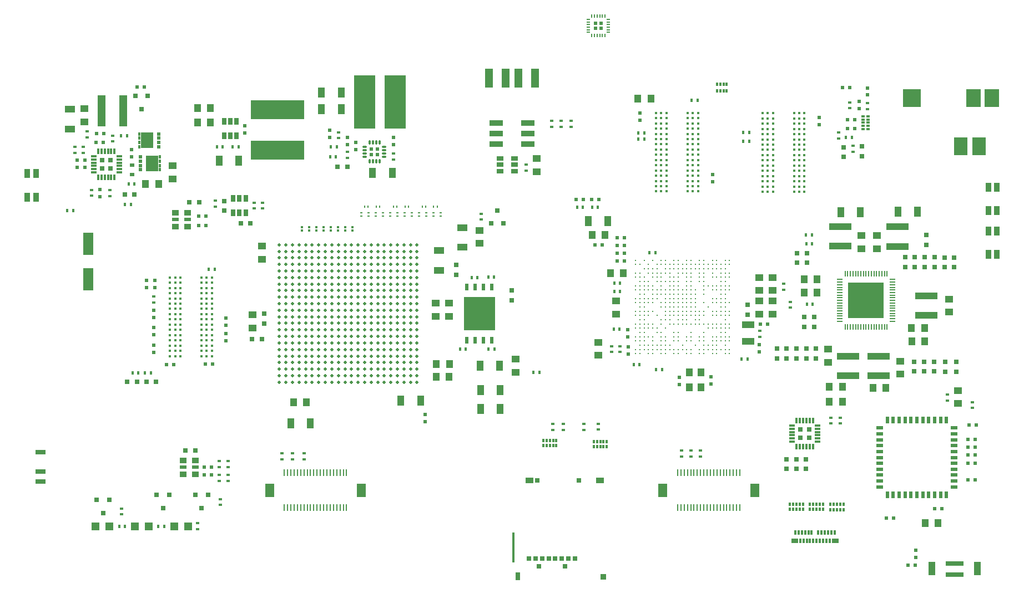
<source format=gtp>
G04 #@! TF.FileFunction,Paste,Top*
%FSLAX46Y46*%
G04 Gerber Fmt 4.6, Leading zero omitted, Abs format (unit mm)*
G04 Created by KiCad (PCBNEW 4.0.5) date Sun Feb 12 14:34:10 2017*
%MOMM*%
%LPD*%
G01*
G04 APERTURE LIST*
%ADD10C,0.020000*%
%ADD11R,2.000000X0.900000*%
%ADD12R,0.600000X0.400000*%
%ADD13R,3.300000X8.200000*%
%ADD14R,0.800000X0.750000*%
%ADD15O,0.750000X0.300000*%
%ADD16O,0.300000X0.750000*%
%ADD17R,0.540000X0.540000*%
%ADD18C,0.400000*%
%ADD19R,0.500000X0.600000*%
%ADD20R,1.000000X1.250000*%
%ADD21R,0.400000X0.600000*%
%ADD22C,0.300000*%
%ADD23C,0.500000*%
%ADD24R,1.000000X2.000000*%
%ADD25R,2.800000X0.800000*%
%ADD26R,0.750000X0.800000*%
%ADD27R,0.600000X0.500000*%
%ADD28R,1.250000X1.000000*%
%ADD29R,1.000000X1.600000*%
%ADD30R,1.600000X1.000000*%
%ADD31R,1.198880X1.198880*%
%ADD32R,0.700000X0.600000*%
%ADD33R,0.300000X0.550000*%
%ADD34R,0.400000X0.550000*%
%ADD35R,0.250000X1.000000*%
%ADD36R,1.400000X2.100000*%
%ADD37R,2.200000X2.800000*%
%ADD38R,2.800000X2.800000*%
%ADD39R,2.000000X2.800000*%
%ADD40R,0.700000X0.750000*%
%ADD41R,0.700000X0.650000*%
%ADD42R,0.745000X1.150000*%
%ADD43R,0.950000X0.900000*%
%ADD44R,0.420000X4.630000*%
%ADD45R,1.300000X0.850000*%
%ADD46R,0.650000X0.750000*%
%ADD47R,1.200000X0.850000*%
%ADD48R,3.400000X1.100000*%
%ADD49R,1.180000X4.700000*%
%ADD50R,8.200000X3.000000*%
%ADD51R,0.800100X0.800100*%
%ADD52R,0.630000X0.500000*%
%ADD53R,0.410000X0.500000*%
%ADD54R,1.900000X2.450000*%
%ADD55R,0.320000X0.500000*%
%ADD56R,1.500000X0.700000*%
%ADD57R,0.850000X0.300000*%
%ADD58R,0.300000X0.850000*%
%ADD59R,0.780000X0.780000*%
%ADD60O,0.200000X1.000000*%
%ADD61O,1.000000X0.200000*%
%ADD62R,5.490000X5.490000*%
%ADD63R,1.060000X0.650000*%
%ADD64R,0.500000X1.125000*%
%ADD65R,1.125000X0.500000*%
%ADD66R,0.500000X1.000000*%
%ADD67R,4.800000X5.160000*%
%ADD68R,0.650000X1.060000*%
%ADD69R,0.550000X0.200000*%
%ADD70R,0.200000X0.550000*%
%ADD71R,0.525000X0.480000*%
%ADD72R,1.050000X1.300000*%
%ADD73R,1.000000X0.500000*%
%ADD74R,1.000000X0.900000*%
%ADD75R,1.900000X1.100000*%
%ADD76R,1.250000X3.000000*%
%ADD77R,0.300000X0.700000*%
%ADD78R,1.000000X0.700000*%
%ADD79R,0.550000X0.300000*%
%ADD80R,0.550000X0.400000*%
%ADD81R,0.900000X1.400000*%
%ADD82R,0.430000X0.280000*%
%ADD83R,0.280000X0.430000*%
%ADD84R,1.600000X3.500000*%
%ADD85R,0.350000X0.300000*%
G04 APERTURE END LIST*
D10*
D11*
X97400000Y-51500000D03*
X97400000Y-53100000D03*
X97400000Y-49900000D03*
X92600000Y-49900000D03*
X92600000Y-51500000D03*
X92600000Y-53100000D03*
D12*
X29600000Y-54460000D03*
X29600000Y-53560000D03*
D13*
X77200000Y-46650000D03*
X72500000Y-46650000D03*
D14*
X55100000Y-65250000D03*
X53600000Y-65250000D03*
D15*
X75475000Y-55050000D03*
X75475000Y-54550000D03*
X75475000Y-54050000D03*
X75475000Y-53550000D03*
D16*
X74750000Y-52825000D03*
X74250000Y-52825000D03*
X73750000Y-52825000D03*
X73250000Y-52825000D03*
D15*
X72525000Y-53550000D03*
X72525000Y-54050000D03*
X72525000Y-54550000D03*
X72525000Y-55050000D03*
D16*
X73250000Y-55775000D03*
X73750000Y-55775000D03*
X74250000Y-55775000D03*
X74750000Y-55775000D03*
D17*
X73550000Y-53850000D03*
X73550000Y-54750000D03*
X74450000Y-53850000D03*
X74450000Y-54750000D03*
D18*
X49200000Y-85500000D03*
X49200000Y-84700000D03*
X49200000Y-83900000D03*
X49200000Y-83100000D03*
X49200000Y-82300000D03*
X49200000Y-81500000D03*
X49200000Y-80700000D03*
X49200000Y-79900000D03*
X49200000Y-79100000D03*
X49200000Y-78300000D03*
X49200000Y-77500000D03*
X49200000Y-76700000D03*
X49200000Y-75900000D03*
X49200000Y-75100000D03*
X49200000Y-74300000D03*
X49200000Y-73500000D03*
X48400000Y-85500000D03*
X48400000Y-84700000D03*
X48400000Y-83900000D03*
X48400000Y-83100000D03*
X48400000Y-82300000D03*
X48400000Y-81500000D03*
X48400000Y-80700000D03*
X48400000Y-79900000D03*
X48400000Y-79100000D03*
X48400000Y-78300000D03*
X48400000Y-77500000D03*
X48400000Y-76700000D03*
X48400000Y-75900000D03*
X48400000Y-75100000D03*
X48400000Y-74300000D03*
X48400000Y-73500000D03*
X47600000Y-85500000D03*
X47600000Y-84700000D03*
X47600000Y-83900000D03*
X47600000Y-83100000D03*
X47600000Y-82300000D03*
X47600000Y-81500000D03*
X47600000Y-80700000D03*
X47600000Y-79900000D03*
X47600000Y-79100000D03*
X47600000Y-78300000D03*
X47600000Y-77500000D03*
X47600000Y-76700000D03*
X47600000Y-75900000D03*
X47600000Y-75100000D03*
X47600000Y-74300000D03*
X47600000Y-73500000D03*
X44400000Y-85500000D03*
X44400000Y-84700000D03*
X44400000Y-83900000D03*
X44400000Y-83100000D03*
X44400000Y-82300000D03*
X44400000Y-81500000D03*
X44400000Y-80700000D03*
X44400000Y-79900000D03*
X44400000Y-79100000D03*
X44400000Y-78300000D03*
X44400000Y-77500000D03*
X44400000Y-76700000D03*
X44400000Y-75900000D03*
X44400000Y-75100000D03*
X44400000Y-74300000D03*
X44400000Y-73500000D03*
X43600000Y-85500000D03*
X43600000Y-84700000D03*
X43600000Y-83900000D03*
X43600000Y-83100000D03*
X43600000Y-82300000D03*
X43600000Y-81500000D03*
X43600000Y-80700000D03*
X43600000Y-79900000D03*
X43600000Y-79100000D03*
X43600000Y-78300000D03*
X43600000Y-77500000D03*
X43600000Y-76700000D03*
X43600000Y-75900000D03*
X43600000Y-75100000D03*
X43600000Y-74300000D03*
X43600000Y-73500000D03*
X42800000Y-85500000D03*
X42800000Y-84700000D03*
X42800000Y-83900000D03*
X42800000Y-83100000D03*
X42800000Y-82300000D03*
X42800000Y-81500000D03*
X42800000Y-80700000D03*
X42800000Y-79900000D03*
X42800000Y-79100000D03*
X42800000Y-78300000D03*
X42800000Y-77500000D03*
X42800000Y-76700000D03*
X42800000Y-75900000D03*
X42800000Y-75100000D03*
X42800000Y-74300000D03*
X42800000Y-73500000D03*
X123350000Y-60350000D03*
X123350000Y-59550000D03*
X123350000Y-58750000D03*
X123350000Y-57950000D03*
X123350000Y-57150000D03*
X123350000Y-56350000D03*
X123350000Y-55550000D03*
X123350000Y-54750000D03*
X123350000Y-53950000D03*
X123350000Y-53150000D03*
X123350000Y-52350000D03*
X123350000Y-51550000D03*
X123350000Y-50750000D03*
X123350000Y-49950000D03*
X123350000Y-49150000D03*
X123350000Y-48350000D03*
X122550000Y-60350000D03*
X122550000Y-59550000D03*
X122550000Y-58750000D03*
X122550000Y-57950000D03*
X122550000Y-57150000D03*
X122550000Y-56350000D03*
X122550000Y-55550000D03*
X122550000Y-54750000D03*
X122550000Y-53950000D03*
X122550000Y-53150000D03*
X122550000Y-52350000D03*
X122550000Y-51550000D03*
X122550000Y-50750000D03*
X122550000Y-49950000D03*
X122550000Y-49150000D03*
X122550000Y-48350000D03*
X121750000Y-60350000D03*
X121750000Y-59550000D03*
X121750000Y-58750000D03*
X121750000Y-57950000D03*
X121750000Y-57150000D03*
X121750000Y-56350000D03*
X121750000Y-55550000D03*
X121750000Y-54750000D03*
X121750000Y-53950000D03*
X121750000Y-53150000D03*
X121750000Y-52350000D03*
X121750000Y-51550000D03*
X121750000Y-50750000D03*
X121750000Y-49950000D03*
X121750000Y-49150000D03*
X121750000Y-48350000D03*
X118550000Y-60350000D03*
X118550000Y-59550000D03*
X118550000Y-58750000D03*
X118550000Y-57950000D03*
X118550000Y-57150000D03*
X118550000Y-56350000D03*
X118550000Y-55550000D03*
X118550000Y-54750000D03*
X118550000Y-53950000D03*
X118550000Y-53150000D03*
X118550000Y-52350000D03*
X118550000Y-51550000D03*
X118550000Y-50750000D03*
X118550000Y-49950000D03*
X118550000Y-49150000D03*
X118550000Y-48350000D03*
X117750000Y-60350000D03*
X117750000Y-59550000D03*
X117750000Y-58750000D03*
X117750000Y-57950000D03*
X117750000Y-57150000D03*
X117750000Y-56350000D03*
X117750000Y-55550000D03*
X117750000Y-54750000D03*
X117750000Y-53950000D03*
X117750000Y-53150000D03*
X117750000Y-52350000D03*
X117750000Y-51550000D03*
X117750000Y-50750000D03*
X117750000Y-49950000D03*
X117750000Y-49150000D03*
X117750000Y-48350000D03*
X116950000Y-60350000D03*
X116950000Y-59550000D03*
X116950000Y-58750000D03*
X116950000Y-57950000D03*
X116950000Y-57150000D03*
X116950000Y-56350000D03*
X116950000Y-55550000D03*
X116950000Y-54750000D03*
X116950000Y-53950000D03*
X116950000Y-53150000D03*
X116950000Y-52350000D03*
X116950000Y-51550000D03*
X116950000Y-50750000D03*
X116950000Y-49950000D03*
X116950000Y-49150000D03*
X116950000Y-48350000D03*
X139600000Y-60400000D03*
X139600000Y-59600000D03*
X139600000Y-58800000D03*
X139600000Y-58000000D03*
X139600000Y-57200000D03*
X139600000Y-56400000D03*
X139600000Y-55600000D03*
X139600000Y-54800000D03*
X139600000Y-54000000D03*
X139600000Y-53200000D03*
X139600000Y-52400000D03*
X139600000Y-51600000D03*
X139600000Y-50800000D03*
X139600000Y-50000000D03*
X139600000Y-49200000D03*
X139600000Y-48400000D03*
X138800000Y-60400000D03*
X138800000Y-59600000D03*
X138800000Y-58800000D03*
X138800000Y-58000000D03*
X138800000Y-57200000D03*
X138800000Y-56400000D03*
X138800000Y-55600000D03*
X138800000Y-54800000D03*
X138800000Y-54000000D03*
X138800000Y-53200000D03*
X138800000Y-52400000D03*
X138800000Y-51600000D03*
X138800000Y-50800000D03*
X138800000Y-50000000D03*
X138800000Y-49200000D03*
X138800000Y-48400000D03*
X138000000Y-60400000D03*
X138000000Y-59600000D03*
X138000000Y-58800000D03*
X138000000Y-58000000D03*
X138000000Y-57200000D03*
X138000000Y-56400000D03*
X138000000Y-55600000D03*
X138000000Y-54800000D03*
X138000000Y-54000000D03*
X138000000Y-53200000D03*
X138000000Y-52400000D03*
X138000000Y-51600000D03*
X138000000Y-50800000D03*
X138000000Y-50000000D03*
X138000000Y-49200000D03*
X138000000Y-48400000D03*
X134800000Y-60400000D03*
X134800000Y-59600000D03*
X134800000Y-58800000D03*
X134800000Y-58000000D03*
X134800000Y-57200000D03*
X134800000Y-56400000D03*
X134800000Y-55600000D03*
X134800000Y-54800000D03*
X134800000Y-54000000D03*
X134800000Y-53200000D03*
X134800000Y-52400000D03*
X134800000Y-51600000D03*
X134800000Y-50800000D03*
X134800000Y-50000000D03*
X134800000Y-49200000D03*
X134800000Y-48400000D03*
X134000000Y-60400000D03*
X134000000Y-59600000D03*
X134000000Y-58800000D03*
X134000000Y-58000000D03*
X134000000Y-57200000D03*
X134000000Y-56400000D03*
X134000000Y-55600000D03*
X134000000Y-54800000D03*
X134000000Y-54000000D03*
X134000000Y-53200000D03*
X134000000Y-52400000D03*
X134000000Y-51600000D03*
X134000000Y-50800000D03*
X134000000Y-50000000D03*
X134000000Y-49200000D03*
X134000000Y-48400000D03*
X133200000Y-60400000D03*
X133200000Y-59600000D03*
X133200000Y-58800000D03*
X133200000Y-58000000D03*
X133200000Y-57200000D03*
X133200000Y-56400000D03*
X133200000Y-55600000D03*
X133200000Y-54800000D03*
X133200000Y-54000000D03*
X133200000Y-53200000D03*
X133200000Y-52400000D03*
X133200000Y-51600000D03*
X133200000Y-50800000D03*
X133200000Y-50000000D03*
X133200000Y-49200000D03*
X133200000Y-48400000D03*
D19*
X114500000Y-49500000D03*
X114500000Y-48400000D03*
D20*
X109180000Y-67030000D03*
X107180000Y-67030000D03*
D21*
X115970000Y-69730000D03*
X116870000Y-69730000D03*
D22*
X128150000Y-70850000D03*
X127500000Y-70850000D03*
X126200000Y-70850000D03*
X125550000Y-70850000D03*
X124250000Y-70850000D03*
X123600000Y-70850000D03*
X122300000Y-70850000D03*
X121650000Y-70850000D03*
X120350000Y-70850000D03*
X119700000Y-70850000D03*
X118400000Y-70850000D03*
X117750000Y-70850000D03*
X116450000Y-70850000D03*
X115150000Y-70850000D03*
X113850000Y-70850000D03*
X128150000Y-71500000D03*
X127500000Y-71500000D03*
X126850000Y-71500000D03*
X126200000Y-71500000D03*
X125550000Y-71500000D03*
X124900000Y-71500000D03*
X124250000Y-71500000D03*
X123600000Y-71500000D03*
X122950000Y-71500000D03*
X122300000Y-71500000D03*
X121650000Y-71500000D03*
X121000000Y-71500000D03*
X120350000Y-71500000D03*
X119700000Y-71500000D03*
X119050000Y-71500000D03*
X118400000Y-71500000D03*
X117750000Y-71500000D03*
X117100000Y-71500000D03*
X115800000Y-71500000D03*
X114500000Y-71500000D03*
X113850000Y-71500000D03*
X127500000Y-72150000D03*
X126850000Y-72150000D03*
X126200000Y-72150000D03*
X125550000Y-72150000D03*
X124900000Y-72150000D03*
X124250000Y-72150000D03*
X123600000Y-72150000D03*
X122950000Y-72150000D03*
X122300000Y-72150000D03*
X121650000Y-72150000D03*
X121000000Y-72150000D03*
X120350000Y-72150000D03*
X119700000Y-72150000D03*
X119050000Y-72150000D03*
X118400000Y-72150000D03*
X117100000Y-72150000D03*
X116450000Y-72150000D03*
X115800000Y-72150000D03*
X115150000Y-72150000D03*
X128150000Y-72800000D03*
X127500000Y-72800000D03*
X126850000Y-72800000D03*
X125550000Y-72800000D03*
X124250000Y-72800000D03*
X123600000Y-72800000D03*
X122300000Y-72800000D03*
X121650000Y-72800000D03*
X121000000Y-72800000D03*
X120350000Y-72800000D03*
X119050000Y-72800000D03*
X118400000Y-72800000D03*
X117750000Y-72800000D03*
X117100000Y-72800000D03*
X116450000Y-72800000D03*
X115800000Y-72800000D03*
X114500000Y-72800000D03*
X113850000Y-72800000D03*
X128150000Y-73450000D03*
X127500000Y-73450000D03*
X126850000Y-73450000D03*
X126200000Y-73450000D03*
X125550000Y-73450000D03*
X124250000Y-73450000D03*
X123600000Y-73450000D03*
X122300000Y-73450000D03*
X121650000Y-73450000D03*
X120350000Y-73450000D03*
X119700000Y-73450000D03*
X119050000Y-73450000D03*
X117750000Y-73450000D03*
X117100000Y-73450000D03*
X116450000Y-73450000D03*
X115150000Y-73450000D03*
X114500000Y-73450000D03*
X113850000Y-73450000D03*
X127500000Y-74100000D03*
X126850000Y-74100000D03*
X124250000Y-74100000D03*
X123600000Y-74100000D03*
X122300000Y-74100000D03*
X121650000Y-74100000D03*
X120350000Y-74100000D03*
X119700000Y-74100000D03*
X119050000Y-74100000D03*
X118400000Y-74100000D03*
X117750000Y-74100000D03*
X117100000Y-74100000D03*
X115800000Y-74100000D03*
X115150000Y-74100000D03*
X114500000Y-74100000D03*
X128150000Y-74750000D03*
X127500000Y-74750000D03*
X126850000Y-74750000D03*
X126200000Y-74750000D03*
X125550000Y-74750000D03*
X124900000Y-74750000D03*
X124250000Y-74750000D03*
X122300000Y-74750000D03*
X121650000Y-74750000D03*
X120350000Y-74750000D03*
X119700000Y-74750000D03*
X119050000Y-74750000D03*
X117750000Y-74750000D03*
X116450000Y-74750000D03*
X115800000Y-74750000D03*
X115150000Y-74750000D03*
X114500000Y-74750000D03*
X113850000Y-74750000D03*
X128150000Y-75400000D03*
X127500000Y-75400000D03*
X126850000Y-75400000D03*
X126200000Y-75400000D03*
X125550000Y-75400000D03*
X124250000Y-75400000D03*
X122950000Y-75400000D03*
X122300000Y-75400000D03*
X121650000Y-75400000D03*
X121000000Y-75400000D03*
X120350000Y-75400000D03*
X119700000Y-75400000D03*
X119050000Y-75400000D03*
X118400000Y-75400000D03*
X117750000Y-75400000D03*
X117100000Y-75400000D03*
X116450000Y-75400000D03*
X115800000Y-75400000D03*
X115150000Y-75400000D03*
X114500000Y-75400000D03*
X113850000Y-75400000D03*
X127500000Y-76050000D03*
X126850000Y-76050000D03*
X124250000Y-76050000D03*
X122950000Y-76050000D03*
X122300000Y-76050000D03*
X121650000Y-76050000D03*
X121000000Y-76050000D03*
X120350000Y-76050000D03*
X119700000Y-76050000D03*
X119050000Y-76050000D03*
X118400000Y-76050000D03*
X117750000Y-76050000D03*
X117100000Y-76050000D03*
X116450000Y-76050000D03*
X115150000Y-76050000D03*
X114500000Y-76050000D03*
X127500000Y-76700000D03*
X126850000Y-76700000D03*
X126200000Y-76700000D03*
X125550000Y-76700000D03*
X122950000Y-76700000D03*
X122300000Y-76700000D03*
X121650000Y-76700000D03*
X121000000Y-76700000D03*
X120350000Y-76700000D03*
X119700000Y-76700000D03*
X119050000Y-76700000D03*
X118400000Y-76700000D03*
X117100000Y-76700000D03*
X116450000Y-76700000D03*
X115800000Y-76700000D03*
X115150000Y-76700000D03*
X114500000Y-76700000D03*
X113850000Y-76700000D03*
X128150000Y-77350000D03*
X127500000Y-77350000D03*
X126850000Y-77350000D03*
X126200000Y-77350000D03*
X125550000Y-77350000D03*
X124250000Y-77350000D03*
X122950000Y-77350000D03*
X122300000Y-77350000D03*
X121650000Y-77350000D03*
X121000000Y-77350000D03*
X120350000Y-77350000D03*
X119700000Y-77350000D03*
X119050000Y-77350000D03*
X118400000Y-77350000D03*
X117750000Y-77350000D03*
X116450000Y-77350000D03*
X115800000Y-77350000D03*
X115150000Y-77350000D03*
X114500000Y-77350000D03*
X113850000Y-77350000D03*
X127500000Y-78000000D03*
X126850000Y-78000000D03*
X124900000Y-78000000D03*
X122950000Y-78000000D03*
X122300000Y-78000000D03*
X121650000Y-78000000D03*
X121000000Y-78000000D03*
X120350000Y-78000000D03*
X119700000Y-78000000D03*
X119050000Y-78000000D03*
X118400000Y-78000000D03*
X117750000Y-78000000D03*
X115150000Y-78000000D03*
X114500000Y-78000000D03*
X128150000Y-78650000D03*
X127500000Y-78650000D03*
X126850000Y-78650000D03*
X126200000Y-78650000D03*
X125550000Y-78650000D03*
X124250000Y-78650000D03*
X123600000Y-78650000D03*
X122950000Y-78650000D03*
X122300000Y-78650000D03*
X121650000Y-78650000D03*
X121000000Y-78650000D03*
X120350000Y-78650000D03*
X119700000Y-78650000D03*
X119050000Y-78650000D03*
X118400000Y-78650000D03*
X116450000Y-78650000D03*
X115800000Y-78650000D03*
X115150000Y-78650000D03*
X114500000Y-78650000D03*
X113850000Y-78650000D03*
X128150000Y-79300000D03*
X127500000Y-79300000D03*
X126850000Y-79300000D03*
X126200000Y-79300000D03*
X125550000Y-79300000D03*
X124250000Y-79300000D03*
X123600000Y-79300000D03*
X122950000Y-79300000D03*
X122300000Y-79300000D03*
X121650000Y-79300000D03*
X121000000Y-79300000D03*
X120350000Y-79300000D03*
X119700000Y-79300000D03*
X119050000Y-79300000D03*
X118400000Y-79300000D03*
X117100000Y-79300000D03*
X115800000Y-79300000D03*
X115150000Y-79300000D03*
X114500000Y-79300000D03*
X113850000Y-79300000D03*
X127500000Y-79950000D03*
X123600000Y-79950000D03*
X122950000Y-79950000D03*
X121650000Y-79950000D03*
X121000000Y-79950000D03*
X120350000Y-79950000D03*
X119050000Y-79950000D03*
X118400000Y-79950000D03*
X117750000Y-79950000D03*
X115150000Y-79950000D03*
X114500000Y-79950000D03*
X128150000Y-80600000D03*
X127500000Y-80600000D03*
X126850000Y-80600000D03*
X126200000Y-80600000D03*
X125550000Y-80600000D03*
X124900000Y-80600000D03*
X124250000Y-80600000D03*
X123600000Y-80600000D03*
X122950000Y-80600000D03*
X122300000Y-80600000D03*
X121650000Y-80600000D03*
X121000000Y-80600000D03*
X120350000Y-80600000D03*
X119700000Y-80600000D03*
X119050000Y-80600000D03*
X117750000Y-80600000D03*
X116450000Y-80600000D03*
X115800000Y-80600000D03*
X115150000Y-80600000D03*
X114500000Y-80600000D03*
X113850000Y-80600000D03*
X128150000Y-81250000D03*
X127500000Y-81250000D03*
X126850000Y-81250000D03*
X126200000Y-81250000D03*
X125550000Y-81250000D03*
X124900000Y-81250000D03*
X118400000Y-81250000D03*
X117100000Y-81250000D03*
X116450000Y-81250000D03*
X115800000Y-81250000D03*
X115150000Y-81250000D03*
X114500000Y-81250000D03*
X113850000Y-81250000D03*
X127500000Y-81900000D03*
X126850000Y-81900000D03*
X124250000Y-81900000D03*
X122300000Y-81900000D03*
X120350000Y-81900000D03*
X119700000Y-81900000D03*
X117750000Y-81900000D03*
X117100000Y-81900000D03*
X115150000Y-81900000D03*
X114500000Y-81900000D03*
X128150000Y-82550000D03*
X127500000Y-82550000D03*
X126850000Y-82550000D03*
X126200000Y-82550000D03*
X125550000Y-82550000D03*
X124250000Y-82550000D03*
X123600000Y-82550000D03*
X122300000Y-82550000D03*
X121650000Y-82550000D03*
X120350000Y-82550000D03*
X119700000Y-82550000D03*
X118400000Y-82550000D03*
X117750000Y-82550000D03*
X116450000Y-82550000D03*
X115800000Y-82550000D03*
X115150000Y-82550000D03*
X114500000Y-82550000D03*
X113850000Y-82550000D03*
X128150000Y-83200000D03*
X127500000Y-83200000D03*
X126850000Y-83200000D03*
X126200000Y-83200000D03*
X125550000Y-83200000D03*
X124250000Y-83200000D03*
X123600000Y-83200000D03*
X122300000Y-83200000D03*
X121650000Y-83200000D03*
X120350000Y-83200000D03*
X119700000Y-83200000D03*
X118400000Y-83200000D03*
X117750000Y-83200000D03*
X116450000Y-83200000D03*
X115150000Y-83200000D03*
X114500000Y-83200000D03*
X113850000Y-83200000D03*
X127500000Y-83850000D03*
X126200000Y-83850000D03*
X125550000Y-83850000D03*
X124900000Y-83850000D03*
X124250000Y-83850000D03*
X122950000Y-83850000D03*
X121000000Y-83850000D03*
X119050000Y-83850000D03*
X118400000Y-83850000D03*
X117750000Y-83850000D03*
X117100000Y-83850000D03*
X116450000Y-83850000D03*
X115800000Y-83850000D03*
X115150000Y-83850000D03*
X114500000Y-83850000D03*
X128150000Y-84500000D03*
X127500000Y-84500000D03*
X126850000Y-84500000D03*
X126200000Y-84500000D03*
X125550000Y-84500000D03*
X124900000Y-84500000D03*
X124250000Y-84500000D03*
X123600000Y-84500000D03*
X122300000Y-84500000D03*
X121650000Y-84500000D03*
X121000000Y-84500000D03*
X120350000Y-84500000D03*
X119700000Y-84500000D03*
X119050000Y-84500000D03*
X118400000Y-84500000D03*
X117750000Y-84500000D03*
X117100000Y-84500000D03*
X116450000Y-84500000D03*
X115800000Y-84500000D03*
X115150000Y-84500000D03*
X114500000Y-84500000D03*
X113850000Y-84500000D03*
X128150000Y-85150000D03*
X127500000Y-85150000D03*
X126200000Y-85150000D03*
X125550000Y-85150000D03*
X124250000Y-85150000D03*
X123600000Y-85150000D03*
X122300000Y-85150000D03*
X121650000Y-85150000D03*
X120350000Y-85150000D03*
X119700000Y-85150000D03*
X118400000Y-85150000D03*
X117750000Y-85150000D03*
X116450000Y-85150000D03*
X115800000Y-85150000D03*
X114500000Y-85150000D03*
X113850000Y-85150000D03*
D23*
X59500000Y-68500000D03*
X59500000Y-69500000D03*
X59500000Y-70500000D03*
X59500000Y-71500000D03*
X59500000Y-72500000D03*
X59500000Y-73500000D03*
X59500000Y-74500000D03*
X59500000Y-75500000D03*
X59500000Y-76500000D03*
X59500000Y-77500000D03*
X59500000Y-78500000D03*
X59500000Y-79500000D03*
X59500000Y-80500000D03*
X59500000Y-81500000D03*
X59500000Y-82500000D03*
X59500000Y-83500000D03*
X59500000Y-84500000D03*
X59500000Y-85500000D03*
X59500000Y-86500000D03*
X59500000Y-87500000D03*
X59500000Y-88500000D03*
X59500000Y-89500000D03*
X60500000Y-68500000D03*
X60500000Y-69500000D03*
X60500000Y-70500000D03*
X60500000Y-71500000D03*
X60500000Y-72500000D03*
X60500000Y-73500000D03*
X60500000Y-74500000D03*
X60500000Y-75500000D03*
X60500000Y-76500000D03*
X60500000Y-77500000D03*
X60500000Y-78500000D03*
X60500000Y-79500000D03*
X60500000Y-80500000D03*
X60500000Y-81500000D03*
X60500000Y-82500000D03*
X60500000Y-83500000D03*
X60500000Y-84500000D03*
X60500000Y-85500000D03*
X60500000Y-86500000D03*
X60500000Y-87500000D03*
X60500000Y-88500000D03*
X60500000Y-89500000D03*
X61500000Y-68500000D03*
X61500000Y-69500000D03*
X61500000Y-70500000D03*
X61500000Y-71500000D03*
X61500000Y-72500000D03*
X61500000Y-73500000D03*
X61500000Y-74500000D03*
X61500000Y-75500000D03*
X61500000Y-76500000D03*
X61500000Y-77500000D03*
X61500000Y-78500000D03*
X61500000Y-79500000D03*
X61500000Y-80500000D03*
X61500000Y-81500000D03*
X61500000Y-82500000D03*
X61500000Y-83500000D03*
X61500000Y-84500000D03*
X61500000Y-85500000D03*
X61500000Y-86500000D03*
X61500000Y-87500000D03*
X61500000Y-88500000D03*
X61500000Y-89500000D03*
X62500000Y-68500000D03*
X62500000Y-69500000D03*
X62500000Y-70500000D03*
X62500000Y-71500000D03*
X62500000Y-72500000D03*
X62500000Y-73500000D03*
X62500000Y-74500000D03*
X62500000Y-75500000D03*
X62500000Y-76500000D03*
X62500000Y-77500000D03*
X62500000Y-78500000D03*
X62500000Y-79500000D03*
X62500000Y-80500000D03*
X62500000Y-81500000D03*
X62500000Y-82500000D03*
X62500000Y-83500000D03*
X62500000Y-84500000D03*
X62500000Y-85500000D03*
X62500000Y-86500000D03*
X62500000Y-87500000D03*
X62500000Y-88500000D03*
X62500000Y-89500000D03*
X63500000Y-68500000D03*
X63500000Y-69500000D03*
X63500000Y-70500000D03*
X63500000Y-71500000D03*
X63500000Y-72500000D03*
X63500000Y-73500000D03*
X63500000Y-74500000D03*
X63500000Y-75500000D03*
X63500000Y-76500000D03*
X63500000Y-77500000D03*
X63500000Y-78500000D03*
X63500000Y-79500000D03*
X63500000Y-80500000D03*
X63500000Y-81500000D03*
X63500000Y-82500000D03*
X63500000Y-83500000D03*
X63500000Y-84500000D03*
X63500000Y-85500000D03*
X63500000Y-86500000D03*
X63500000Y-87500000D03*
X63500000Y-88500000D03*
X63500000Y-89500000D03*
X64500000Y-68500000D03*
X64500000Y-69500000D03*
X64500000Y-70500000D03*
X64500000Y-71500000D03*
X64500000Y-72500000D03*
X64500000Y-73500000D03*
X64500000Y-74500000D03*
X64500000Y-75500000D03*
X64500000Y-76500000D03*
X64500000Y-77500000D03*
X64500000Y-78500000D03*
X64500000Y-79500000D03*
X64500000Y-80500000D03*
X64500000Y-81500000D03*
X64500000Y-82500000D03*
X64500000Y-83500000D03*
X64500000Y-84500000D03*
X64500000Y-85500000D03*
X64500000Y-86500000D03*
X64500000Y-87500000D03*
X64500000Y-88500000D03*
X64500000Y-89500000D03*
X65500000Y-68500000D03*
X65500000Y-69500000D03*
X65500000Y-70500000D03*
X65500000Y-71500000D03*
X65500000Y-72500000D03*
X65500000Y-73500000D03*
X65500000Y-74500000D03*
X65500000Y-75500000D03*
X65500000Y-76500000D03*
X65500000Y-77500000D03*
X65500000Y-78500000D03*
X65500000Y-79500000D03*
X65500000Y-80500000D03*
X65500000Y-81500000D03*
X65500000Y-82500000D03*
X65500000Y-83500000D03*
X65500000Y-84500000D03*
X65500000Y-85500000D03*
X65500000Y-86500000D03*
X65500000Y-87500000D03*
X65500000Y-88500000D03*
X65500000Y-89500000D03*
X66500000Y-68500000D03*
X66500000Y-69500000D03*
X66500000Y-70500000D03*
X66500000Y-71500000D03*
X66500000Y-72500000D03*
X66500000Y-73500000D03*
X66500000Y-74500000D03*
X66500000Y-75500000D03*
X66500000Y-76500000D03*
X66500000Y-77500000D03*
X66500000Y-78500000D03*
X66500000Y-79500000D03*
X66500000Y-80500000D03*
X66500000Y-81500000D03*
X66500000Y-82500000D03*
X66500000Y-83500000D03*
X66500000Y-84500000D03*
X66500000Y-85500000D03*
X66500000Y-86500000D03*
X66500000Y-87500000D03*
X66500000Y-88500000D03*
X66500000Y-89500000D03*
X67500000Y-68500000D03*
X67500000Y-69500000D03*
X67500000Y-70500000D03*
X67500000Y-71500000D03*
X67500000Y-72500000D03*
X67500000Y-73500000D03*
X67500000Y-74500000D03*
X67500000Y-75500000D03*
X67500000Y-76500000D03*
X67500000Y-77500000D03*
X67500000Y-78500000D03*
X67500000Y-79500000D03*
X67500000Y-80500000D03*
X67500000Y-81500000D03*
X67500000Y-82500000D03*
X67500000Y-83500000D03*
X67500000Y-84500000D03*
X67500000Y-85500000D03*
X67500000Y-86500000D03*
X67500000Y-87500000D03*
X67500000Y-88500000D03*
X67500000Y-89500000D03*
X68500000Y-68500000D03*
X68500000Y-69500000D03*
X68500000Y-70500000D03*
X68500000Y-71500000D03*
X68500000Y-72500000D03*
X68500000Y-73500000D03*
X68500000Y-74500000D03*
X68500000Y-75500000D03*
X68500000Y-76500000D03*
X68500000Y-77500000D03*
X68500000Y-78500000D03*
X68500000Y-79500000D03*
X68500000Y-80500000D03*
X68500000Y-81500000D03*
X68500000Y-82500000D03*
X68500000Y-83500000D03*
X68500000Y-84500000D03*
X68500000Y-85500000D03*
X68500000Y-86500000D03*
X68500000Y-87500000D03*
X68500000Y-88500000D03*
X68500000Y-89500000D03*
X69500000Y-68500000D03*
X69500000Y-69500000D03*
X69500000Y-70500000D03*
X69500000Y-71500000D03*
X69500000Y-72500000D03*
X69500000Y-73500000D03*
X69500000Y-74500000D03*
X69500000Y-75500000D03*
X69500000Y-76500000D03*
X69500000Y-77500000D03*
X69500000Y-78500000D03*
X69500000Y-79500000D03*
X69500000Y-80500000D03*
X69500000Y-81500000D03*
X69500000Y-82500000D03*
X69500000Y-83500000D03*
X69500000Y-84500000D03*
X69500000Y-85500000D03*
X69500000Y-86500000D03*
X69500000Y-87500000D03*
X69500000Y-88500000D03*
X69500000Y-89500000D03*
X70500000Y-68500000D03*
X70500000Y-69500000D03*
X70500000Y-70500000D03*
X70500000Y-71500000D03*
X70500000Y-72500000D03*
X70500000Y-73500000D03*
X70500000Y-74500000D03*
X70500000Y-75500000D03*
X70500000Y-76500000D03*
X70500000Y-77500000D03*
X70500000Y-78500000D03*
X70500000Y-79500000D03*
X70500000Y-80500000D03*
X70500000Y-81500000D03*
X70500000Y-82500000D03*
X70500000Y-83500000D03*
X70500000Y-84500000D03*
X70500000Y-85500000D03*
X70500000Y-86500000D03*
X70500000Y-87500000D03*
X70500000Y-88500000D03*
X70500000Y-89500000D03*
X71500000Y-68500000D03*
X71500000Y-69500000D03*
X71500000Y-70500000D03*
X71500000Y-71500000D03*
X71500000Y-72500000D03*
X71500000Y-73500000D03*
X71500000Y-74500000D03*
X71500000Y-75500000D03*
X71500000Y-76500000D03*
X71500000Y-77500000D03*
X71500000Y-78500000D03*
X71500000Y-79500000D03*
X71500000Y-80500000D03*
X71500000Y-81500000D03*
X71500000Y-82500000D03*
X71500000Y-83500000D03*
X71500000Y-84500000D03*
X71500000Y-85500000D03*
X71500000Y-86500000D03*
X71500000Y-87500000D03*
X71500000Y-88500000D03*
X71500000Y-89500000D03*
X72500000Y-68500000D03*
X72500000Y-69500000D03*
X72500000Y-70500000D03*
X72500000Y-71500000D03*
X72500000Y-72500000D03*
X72500000Y-73500000D03*
X72500000Y-74500000D03*
X72500000Y-75500000D03*
X72500000Y-76500000D03*
X72500000Y-77500000D03*
X72500000Y-78500000D03*
X72500000Y-79500000D03*
X72500000Y-80500000D03*
X72500000Y-81500000D03*
X72500000Y-82500000D03*
X72500000Y-83500000D03*
X72500000Y-84500000D03*
X72500000Y-85500000D03*
X72500000Y-86500000D03*
X72500000Y-87500000D03*
X72500000Y-88500000D03*
X72500000Y-89500000D03*
X73500000Y-68500000D03*
X73500000Y-69500000D03*
X73500000Y-70500000D03*
X73500000Y-71500000D03*
X73500000Y-72500000D03*
X73500000Y-73500000D03*
X73500000Y-74500000D03*
X73500000Y-75500000D03*
X73500000Y-76500000D03*
X73500000Y-77500000D03*
X73500000Y-78500000D03*
X73500000Y-79500000D03*
X73500000Y-80500000D03*
X73500000Y-81500000D03*
X73500000Y-82500000D03*
X73500000Y-83500000D03*
X73500000Y-84500000D03*
X73500000Y-85500000D03*
X73500000Y-86500000D03*
X73500000Y-87500000D03*
X73500000Y-88500000D03*
X73500000Y-89500000D03*
X74500000Y-68500000D03*
X74500000Y-69500000D03*
X74500000Y-70500000D03*
X74500000Y-71500000D03*
X74500000Y-72500000D03*
X74500000Y-73500000D03*
X74500000Y-74500000D03*
X74500000Y-75500000D03*
X74500000Y-76500000D03*
X74500000Y-77500000D03*
X74500000Y-78500000D03*
X74500000Y-79500000D03*
X74500000Y-80500000D03*
X74500000Y-81500000D03*
X74500000Y-82500000D03*
X74500000Y-83500000D03*
X74500000Y-84500000D03*
X74500000Y-85500000D03*
X74500000Y-86500000D03*
X74500000Y-87500000D03*
X74500000Y-88500000D03*
X74500000Y-89500000D03*
X75500000Y-68500000D03*
X75500000Y-69500000D03*
X75500000Y-70500000D03*
X75500000Y-71500000D03*
X75500000Y-72500000D03*
X75500000Y-73500000D03*
X75500000Y-74500000D03*
X75500000Y-75500000D03*
X75500000Y-76500000D03*
X75500000Y-77500000D03*
X75500000Y-78500000D03*
X75500000Y-79500000D03*
X75500000Y-80500000D03*
X75500000Y-81500000D03*
X75500000Y-82500000D03*
X75500000Y-83500000D03*
X75500000Y-84500000D03*
X75500000Y-85500000D03*
X75500000Y-86500000D03*
X75500000Y-87500000D03*
X75500000Y-88500000D03*
X75500000Y-89500000D03*
X76500000Y-68500000D03*
X76500000Y-69500000D03*
X76500000Y-70500000D03*
X76500000Y-71500000D03*
X76500000Y-72500000D03*
X76500000Y-73500000D03*
X76500000Y-74500000D03*
X76500000Y-75500000D03*
X76500000Y-76500000D03*
X76500000Y-77500000D03*
X76500000Y-78500000D03*
X76500000Y-79500000D03*
X76500000Y-80500000D03*
X76500000Y-81500000D03*
X76500000Y-82500000D03*
X76500000Y-83500000D03*
X76500000Y-84500000D03*
X76500000Y-85500000D03*
X76500000Y-86500000D03*
X76500000Y-87500000D03*
X76500000Y-88500000D03*
X76500000Y-89500000D03*
X77500000Y-68500000D03*
X77500000Y-69500000D03*
X77500000Y-70500000D03*
X77500000Y-71500000D03*
X77500000Y-72500000D03*
X77500000Y-73500000D03*
X77500000Y-74500000D03*
X77500000Y-75500000D03*
X77500000Y-76500000D03*
X77500000Y-77500000D03*
X77500000Y-78500000D03*
X77500000Y-79500000D03*
X77500000Y-80500000D03*
X77500000Y-81500000D03*
X77500000Y-82500000D03*
X77500000Y-83500000D03*
X77500000Y-84500000D03*
X77500000Y-85500000D03*
X77500000Y-86500000D03*
X77500000Y-87500000D03*
X77500000Y-88500000D03*
X77500000Y-89500000D03*
X78500000Y-68500000D03*
X78500000Y-69500000D03*
X78500000Y-70500000D03*
X78500000Y-71500000D03*
X78500000Y-72500000D03*
X78500000Y-73500000D03*
X78500000Y-74500000D03*
X78500000Y-75500000D03*
X78500000Y-76500000D03*
X78500000Y-77500000D03*
X78500000Y-78500000D03*
X78500000Y-79500000D03*
X78500000Y-80500000D03*
X78500000Y-81500000D03*
X78500000Y-82500000D03*
X78500000Y-83500000D03*
X78500000Y-84500000D03*
X78500000Y-85500000D03*
X78500000Y-86500000D03*
X78500000Y-87500000D03*
X78500000Y-88500000D03*
X78500000Y-89500000D03*
X79500000Y-68500000D03*
X79500000Y-69500000D03*
X79500000Y-70500000D03*
X79500000Y-71500000D03*
X79500000Y-72500000D03*
X79500000Y-73500000D03*
X79500000Y-74500000D03*
X79500000Y-75500000D03*
X79500000Y-76500000D03*
X79500000Y-77500000D03*
X79500000Y-78500000D03*
X79500000Y-79500000D03*
X79500000Y-80500000D03*
X79500000Y-81500000D03*
X79500000Y-82500000D03*
X79500000Y-83500000D03*
X79500000Y-84500000D03*
X79500000Y-85500000D03*
X79500000Y-86500000D03*
X79500000Y-87500000D03*
X79500000Y-88500000D03*
X79500000Y-89500000D03*
X80500000Y-68500000D03*
X80500000Y-69500000D03*
X80500000Y-70500000D03*
X80500000Y-71500000D03*
X80500000Y-72500000D03*
X80500000Y-73500000D03*
X80500000Y-74500000D03*
X80500000Y-75500000D03*
X80500000Y-76500000D03*
X80500000Y-77500000D03*
X80500000Y-78500000D03*
X80500000Y-79500000D03*
X80500000Y-80500000D03*
X80500000Y-81500000D03*
X80500000Y-82500000D03*
X80500000Y-83500000D03*
X80500000Y-84500000D03*
X80500000Y-85500000D03*
X80500000Y-86500000D03*
X80500000Y-87500000D03*
X80500000Y-88500000D03*
X80500000Y-89500000D03*
D24*
X159000000Y-118000000D03*
D25*
X162500000Y-117230000D03*
X162500000Y-118860000D03*
D24*
X166000000Y-118000000D03*
D26*
X139850000Y-101250000D03*
X139850000Y-102750000D03*
X138350000Y-101250000D03*
X138350000Y-102750000D03*
X136850000Y-101250000D03*
X136850000Y-102750000D03*
D20*
X114200000Y-46150000D03*
X116200000Y-46150000D03*
D27*
X104800000Y-61550000D03*
X105900000Y-61550000D03*
X107100000Y-61550000D03*
X108200000Y-61550000D03*
D19*
X125610000Y-58860000D03*
X125610000Y-57760000D03*
X141850000Y-49050000D03*
X141850000Y-50150000D03*
D26*
X162450000Y-71950000D03*
X162450000Y-70450000D03*
X160950000Y-71950000D03*
X160950000Y-70450000D03*
X159450000Y-71900000D03*
X159450000Y-70400000D03*
X158200000Y-68500000D03*
X158200000Y-67000000D03*
X154950000Y-71900000D03*
X154950000Y-70400000D03*
D14*
X139950000Y-71260000D03*
X138450000Y-71260000D03*
D26*
X156450000Y-71900000D03*
X156450000Y-70400000D03*
X139880000Y-84380000D03*
X139880000Y-85880000D03*
X138380000Y-84380000D03*
X138380000Y-85880000D03*
X141380000Y-84380000D03*
X141380000Y-85880000D03*
D20*
X141550000Y-75800000D03*
X139550000Y-75800000D03*
X141550000Y-73800000D03*
X139550000Y-73800000D03*
D14*
X139950000Y-69760000D03*
X138450000Y-69760000D03*
D26*
X157950000Y-71900000D03*
X157950000Y-70400000D03*
D28*
X148250000Y-67100000D03*
X148250000Y-69100000D03*
X150650000Y-67100000D03*
X150650000Y-69100000D03*
X161650000Y-76800000D03*
X161650000Y-78800000D03*
D20*
X157950000Y-83220000D03*
X155950000Y-83220000D03*
X157940000Y-81250000D03*
X155940000Y-81250000D03*
X143370000Y-90160000D03*
X145370000Y-90160000D03*
D28*
X143160000Y-86450000D03*
X143160000Y-84450000D03*
D20*
X152040000Y-90390000D03*
X150040000Y-90390000D03*
D28*
X154170000Y-88270000D03*
X154170000Y-86270000D03*
D26*
X159350000Y-87850000D03*
X159350000Y-86350000D03*
X162750000Y-87900000D03*
X162750000Y-86400000D03*
X161050000Y-87900000D03*
X161050000Y-86400000D03*
X157850000Y-87850000D03*
X157850000Y-86350000D03*
X156350000Y-87850000D03*
X156350000Y-86350000D03*
D14*
X139600000Y-79550000D03*
X141100000Y-79550000D03*
X139600000Y-81050000D03*
X141100000Y-81050000D03*
D26*
X135380000Y-85880000D03*
X135380000Y-84380000D03*
X136880000Y-85880000D03*
X136880000Y-84380000D03*
D29*
X156830000Y-63470000D03*
X153830000Y-63470000D03*
D20*
X143370000Y-92450000D03*
X145370000Y-92450000D03*
D29*
X109600000Y-64910000D03*
X106600000Y-64910000D03*
D20*
X112000000Y-72800000D03*
X110000000Y-72800000D03*
D27*
X108750000Y-68500000D03*
X107650000Y-68500000D03*
X112150000Y-71000000D03*
X111050000Y-71000000D03*
D28*
X110900000Y-79100000D03*
X110900000Y-77100000D03*
D27*
X112150000Y-69800000D03*
X111050000Y-69800000D03*
X112160000Y-67400000D03*
X111060000Y-67400000D03*
X112150000Y-68600000D03*
X111050000Y-68600000D03*
D28*
X98790000Y-55330000D03*
X98790000Y-57330000D03*
D19*
X147950000Y-47700000D03*
X147950000Y-46600000D03*
D27*
X147250000Y-50700000D03*
X146150000Y-50700000D03*
X146500000Y-44500000D03*
X145400000Y-44500000D03*
X147250000Y-49350000D03*
X146150000Y-49350000D03*
D28*
X134700000Y-79100000D03*
X134700000Y-77100000D03*
X134700000Y-73500000D03*
X134700000Y-75500000D03*
D26*
X130940000Y-79200000D03*
X130940000Y-77700000D03*
D28*
X132700000Y-73500000D03*
X132700000Y-75500000D03*
X132700000Y-79100000D03*
X132700000Y-77100000D03*
D19*
X112720000Y-85170000D03*
X112720000Y-84070000D03*
X112600000Y-81460000D03*
X112600000Y-82560000D03*
D28*
X163050000Y-92750000D03*
X163050000Y-90750000D03*
D19*
X156550000Y-116250000D03*
X156550000Y-115150000D03*
D27*
X164700000Y-96050000D03*
X165800000Y-96050000D03*
X155400000Y-117450000D03*
X156500000Y-117450000D03*
D20*
X158000000Y-111000000D03*
X160000000Y-111000000D03*
D27*
X153170000Y-110290000D03*
X152070000Y-110290000D03*
X159450000Y-108800000D03*
X160550000Y-108800000D03*
X164550000Y-100650000D03*
X165650000Y-100650000D03*
X164550000Y-101850000D03*
X165650000Y-101850000D03*
D19*
X125300000Y-89800000D03*
X125300000Y-88700000D03*
D27*
X164550000Y-99450000D03*
X165650000Y-99450000D03*
X164550000Y-98250000D03*
X165650000Y-98250000D03*
X164550000Y-104450000D03*
X165650000Y-104450000D03*
D19*
X120550000Y-88750000D03*
X120550000Y-89850000D03*
D27*
X132850000Y-80600000D03*
X133950000Y-80600000D03*
D19*
X132710000Y-83770000D03*
X132710000Y-84870000D03*
D28*
X108190000Y-85390000D03*
X108190000Y-83390000D03*
X55370000Y-81180000D03*
X55370000Y-79180000D03*
D29*
X90200000Y-93600000D03*
X93200000Y-93600000D03*
D26*
X57200000Y-80550000D03*
X57200000Y-79050000D03*
D28*
X83350000Y-79410000D03*
X83350000Y-77410000D03*
D14*
X56810000Y-82880000D03*
X55310000Y-82880000D03*
X36300000Y-89450000D03*
X37800000Y-89450000D03*
X39200000Y-89450000D03*
X40700000Y-89450000D03*
D19*
X40500000Y-75000000D03*
X40500000Y-73900000D03*
X51350000Y-82050000D03*
X51350000Y-83150000D03*
X51350000Y-79700000D03*
X51350000Y-80800000D03*
X40350000Y-82200000D03*
X40350000Y-81100000D03*
X40350000Y-83850000D03*
X40350000Y-84950000D03*
X39200000Y-75000000D03*
X39200000Y-73900000D03*
D27*
X49300000Y-86750000D03*
X48200000Y-86750000D03*
D19*
X40350000Y-79600000D03*
X40350000Y-78500000D03*
D27*
X43400000Y-86850000D03*
X42300000Y-86850000D03*
D29*
X64250000Y-95800000D03*
X61250000Y-95800000D03*
X90200000Y-90700000D03*
X93200000Y-90700000D03*
D20*
X63650000Y-92600000D03*
X61650000Y-92600000D03*
D29*
X90100000Y-86950000D03*
X93100000Y-86950000D03*
D28*
X56800000Y-70700000D03*
X56800000Y-68700000D03*
D20*
X83450000Y-86700000D03*
X85450000Y-86700000D03*
D29*
X78050000Y-92350000D03*
X81050000Y-92350000D03*
D28*
X85360000Y-79410000D03*
X85360000Y-77410000D03*
D20*
X83400000Y-88700000D03*
X85400000Y-88700000D03*
D30*
X87400000Y-68860000D03*
X87400000Y-65860000D03*
D28*
X90000000Y-68300000D03*
X90000000Y-66300000D03*
D30*
X83850000Y-72400000D03*
X83850000Y-69400000D03*
D26*
X86450000Y-71600000D03*
X86450000Y-73100000D03*
D14*
X45750000Y-62000000D03*
X47250000Y-62000000D03*
X46700000Y-99900000D03*
X45200000Y-99900000D03*
D27*
X49100000Y-102450000D03*
X48000000Y-102450000D03*
X49100000Y-103650000D03*
X48000000Y-103650000D03*
X48300000Y-64150000D03*
X47200000Y-64150000D03*
X48300000Y-65550000D03*
X47200000Y-65550000D03*
D26*
X51100000Y-63300000D03*
X51100000Y-61800000D03*
D28*
X43250000Y-56420000D03*
X43250000Y-58420000D03*
D14*
X35900000Y-60810000D03*
X37400000Y-60810000D03*
D20*
X39100000Y-59250000D03*
X41100000Y-59250000D03*
D19*
X32100000Y-60050000D03*
X32100000Y-61150000D03*
X36910000Y-55080000D03*
X36910000Y-53980000D03*
X29860000Y-56660000D03*
X29860000Y-55560000D03*
X28670000Y-55560000D03*
X28670000Y-56660000D03*
D20*
X48980000Y-49780000D03*
X46980000Y-49780000D03*
D27*
X31640000Y-51500000D03*
X32740000Y-51500000D03*
X31560000Y-52880000D03*
X32660000Y-52880000D03*
X38920000Y-44380000D03*
X37820000Y-44380000D03*
D19*
X54200000Y-50300000D03*
X54200000Y-51400000D03*
D28*
X29750000Y-49700000D03*
X29750000Y-47700000D03*
D29*
X73700000Y-57550000D03*
X76700000Y-57550000D03*
X53300000Y-55650000D03*
X50300000Y-55650000D03*
D14*
X69850000Y-56590000D03*
X68350000Y-56590000D03*
D19*
X76880000Y-52100000D03*
X76880000Y-53200000D03*
X69900000Y-53200000D03*
X69900000Y-52100000D03*
X71150000Y-53950000D03*
X71150000Y-52850000D03*
X67150000Y-51000000D03*
X67150000Y-52100000D03*
D29*
X68910000Y-47810000D03*
X65910000Y-47810000D03*
D20*
X49010000Y-47600000D03*
X47010000Y-47600000D03*
D30*
X27550000Y-50800000D03*
X27550000Y-47800000D03*
D29*
X68940000Y-45220000D03*
X65940000Y-45220000D03*
D31*
X45549020Y-111500000D03*
X43450980Y-111500000D03*
D19*
X149180000Y-44550000D03*
X149180000Y-45550000D03*
D31*
X39549020Y-111500000D03*
X37450980Y-111500000D03*
X33549020Y-111500000D03*
X31450980Y-111500000D03*
D32*
X37010000Y-57740000D03*
X37010000Y-56340000D03*
D33*
X99750000Y-99180000D03*
X100250000Y-99180000D03*
D34*
X100750000Y-99180000D03*
D33*
X101250000Y-99180000D03*
X101750000Y-99180000D03*
X101750000Y-98410000D03*
X101250000Y-98410000D03*
D34*
X100750000Y-98410000D03*
D33*
X100250000Y-98410000D03*
X99750000Y-98410000D03*
D35*
X120250000Y-108650000D03*
X120250000Y-103350000D03*
X120750000Y-108650000D03*
X120750000Y-103350000D03*
X121250000Y-108650000D03*
X121250000Y-103350000D03*
X121750000Y-108650000D03*
X121750000Y-103350000D03*
X122250000Y-108650000D03*
X122250000Y-103350000D03*
X122750000Y-108650000D03*
X122750000Y-103350000D03*
X123250000Y-108650000D03*
X123250000Y-103350000D03*
X123750000Y-108650000D03*
X123750000Y-103350000D03*
X124250000Y-108650000D03*
X124250000Y-103350000D03*
X124750000Y-108650000D03*
X124750000Y-103350000D03*
X125250000Y-108650000D03*
X125250000Y-103350000D03*
X125750000Y-108650000D03*
X125750000Y-103350000D03*
X126250000Y-108650000D03*
X126250000Y-103350000D03*
X126750000Y-108650000D03*
X126750000Y-103350000D03*
X127250000Y-108650000D03*
X127250000Y-103350000D03*
X127750000Y-108650000D03*
X127750000Y-103350000D03*
X128250000Y-108650000D03*
X128250000Y-103350000D03*
X128750000Y-108650000D03*
X128750000Y-103350000D03*
X129250000Y-108650000D03*
X129250000Y-103350000D03*
X129750000Y-108650000D03*
X129750000Y-103350000D03*
D36*
X118000000Y-106000000D03*
X132000000Y-106000000D03*
D35*
X60250000Y-108650000D03*
X60250000Y-103350000D03*
X60750000Y-108650000D03*
X60750000Y-103350000D03*
X61250000Y-108650000D03*
X61250000Y-103350000D03*
X61750000Y-108650000D03*
X61750000Y-103350000D03*
X62250000Y-108650000D03*
X62250000Y-103350000D03*
X62750000Y-108650000D03*
X62750000Y-103350000D03*
X63250000Y-108650000D03*
X63250000Y-103350000D03*
X63750000Y-108650000D03*
X63750000Y-103350000D03*
X64250000Y-108650000D03*
X64250000Y-103350000D03*
X64750000Y-108650000D03*
X64750000Y-103350000D03*
X65250000Y-108650000D03*
X65250000Y-103350000D03*
X65750000Y-108650000D03*
X65750000Y-103350000D03*
X66250000Y-108650000D03*
X66250000Y-103350000D03*
X66750000Y-108650000D03*
X66750000Y-103350000D03*
X67250000Y-108650000D03*
X67250000Y-103350000D03*
X67750000Y-108650000D03*
X67750000Y-103350000D03*
X68250000Y-108650000D03*
X68250000Y-103350000D03*
X68750000Y-108650000D03*
X68750000Y-103350000D03*
X69250000Y-108650000D03*
X69250000Y-103350000D03*
X69750000Y-108650000D03*
X69750000Y-103350000D03*
D36*
X58000000Y-106000000D03*
X72000000Y-106000000D03*
D37*
X168150000Y-46050000D03*
X165350000Y-46050000D03*
D38*
X155950000Y-46050000D03*
D39*
X163450000Y-53450000D03*
X166250000Y-53450000D03*
D40*
X97575000Y-116425000D03*
X98575000Y-116425000D03*
X99575000Y-116425000D03*
X100575000Y-116425000D03*
X101575000Y-116425000D03*
X102575000Y-116425000D03*
X103575000Y-116425000D03*
X104575000Y-116425000D03*
D41*
X103075000Y-117625000D03*
X99075000Y-117625000D03*
D42*
X95890000Y-119125000D03*
D43*
X108925000Y-119200000D03*
D44*
X95227500Y-114715000D03*
D45*
X108362500Y-104525000D03*
D46*
X105225000Y-104475000D03*
X98875000Y-104475000D03*
D47*
X97637500Y-104525000D03*
D48*
X146250000Y-85510000D03*
X146250000Y-88510000D03*
X150910000Y-85530000D03*
X150910000Y-88530000D03*
X153750000Y-68750000D03*
X153750000Y-65750000D03*
X158150000Y-76300000D03*
X158150000Y-79300000D03*
X145050000Y-68700000D03*
X145050000Y-65700000D03*
D26*
X145600000Y-53600000D03*
X145600000Y-55100000D03*
X148400000Y-53450000D03*
X148400000Y-54950000D03*
D49*
X35655000Y-48000000D03*
X32345000Y-48000000D03*
D50*
X59200000Y-47850000D03*
X59200000Y-54050000D03*
D51*
X42680000Y-106699240D03*
X40780000Y-106699240D03*
X41730000Y-108698220D03*
X33550000Y-107499240D03*
X31650000Y-107499240D03*
X32600000Y-109498220D03*
D52*
X38285000Y-55095000D03*
X38285000Y-55745000D03*
X38285000Y-56395000D03*
X38285000Y-57045000D03*
D53*
X41265000Y-55095000D03*
X41265000Y-55745000D03*
X41265000Y-56395000D03*
X41265000Y-57045000D03*
D54*
X40110000Y-56070000D03*
D52*
X41105000Y-53505000D03*
X41105000Y-52855000D03*
X41105000Y-52205000D03*
X41105000Y-51555000D03*
D53*
X38125000Y-53505000D03*
X38125000Y-52855000D03*
X38125000Y-52205000D03*
X38125000Y-51555000D03*
D54*
X39280000Y-52530000D03*
D51*
X39420000Y-45739240D03*
X37520000Y-45739240D03*
X38470000Y-47738220D03*
D21*
X130000000Y-85970000D03*
X130900000Y-85970000D03*
D12*
X47000000Y-111950000D03*
X47000000Y-111050000D03*
X145100000Y-95800000D03*
X145100000Y-94900000D03*
X143650000Y-95800000D03*
X143650000Y-94900000D03*
X120850000Y-100850000D03*
X120850000Y-99950000D03*
X122300000Y-99950000D03*
X122300000Y-100850000D03*
X123750000Y-99950000D03*
X123750000Y-100850000D03*
X59900000Y-101250000D03*
X59900000Y-100350000D03*
X61500000Y-100350000D03*
X61500000Y-101250000D03*
X63250000Y-100350000D03*
X63250000Y-101250000D03*
D21*
X123300000Y-46450000D03*
X122400000Y-46450000D03*
X104900000Y-62800000D03*
X105800000Y-62800000D03*
X107200000Y-62800000D03*
X108100000Y-62800000D03*
X114270000Y-51430000D03*
X115170000Y-51430000D03*
X130250000Y-51350000D03*
X131150000Y-51350000D03*
X114250000Y-52330000D03*
X115150000Y-52330000D03*
X130250000Y-52650000D03*
X131150000Y-52650000D03*
X139850000Y-67010000D03*
X140750000Y-67010000D03*
X139860000Y-68360000D03*
X140760000Y-68360000D03*
X139950000Y-77550000D03*
X140850000Y-77550000D03*
D12*
X137450000Y-78100000D03*
X137450000Y-77200000D03*
X97140000Y-57160000D03*
X97140000Y-56260000D03*
X149200000Y-47750000D03*
X149200000Y-46850000D03*
D21*
X145950000Y-52100000D03*
X146850000Y-52100000D03*
D12*
X144800000Y-52250000D03*
X144800000Y-51350000D03*
X147000000Y-53400000D03*
X147000000Y-54300000D03*
X146500000Y-47650000D03*
X146500000Y-46750000D03*
X108150000Y-95850000D03*
X108150000Y-96750000D03*
X102790000Y-95870000D03*
X102790000Y-96770000D03*
X101230000Y-95890000D03*
X101230000Y-96790000D03*
X105980000Y-95880000D03*
X105980000Y-96780000D03*
X136400000Y-75350000D03*
X136400000Y-74450000D03*
X161400000Y-91400000D03*
X161400000Y-92300000D03*
X132750000Y-81650000D03*
X132750000Y-82550000D03*
X165250000Y-92550000D03*
X165250000Y-93450000D03*
D21*
X111470000Y-74340000D03*
X110570000Y-74340000D03*
X111470000Y-75640000D03*
X110570000Y-75640000D03*
D12*
X90250000Y-63750000D03*
X90250000Y-64650000D03*
D21*
X111400000Y-81400000D03*
X110500000Y-81400000D03*
X114450000Y-86850000D03*
X113550000Y-86850000D03*
D12*
X111460000Y-83980000D03*
X111460000Y-84880000D03*
X110150000Y-83990000D03*
X110150000Y-84890000D03*
D21*
X117850000Y-87600000D03*
X116950000Y-87600000D03*
X48730000Y-72260000D03*
X49630000Y-72260000D03*
X37100000Y-88050000D03*
X38000000Y-88050000D03*
X39000000Y-88050000D03*
X39900000Y-88050000D03*
D12*
X40350000Y-76400000D03*
X40350000Y-77300000D03*
D21*
X92300000Y-84450000D03*
X91400000Y-84450000D03*
X28040000Y-63260000D03*
X27140000Y-63260000D03*
X87050000Y-84450000D03*
X87950000Y-84450000D03*
D12*
X50450000Y-108250000D03*
X50450000Y-107350000D03*
D21*
X41950000Y-111500000D03*
X41050000Y-111500000D03*
D12*
X35400000Y-109700000D03*
X35400000Y-108800000D03*
D21*
X35950000Y-111500000D03*
X35050000Y-111500000D03*
X88820000Y-73520000D03*
X89720000Y-73520000D03*
X92270000Y-73390000D03*
X91370000Y-73390000D03*
D12*
X51650000Y-101550000D03*
X51650000Y-102450000D03*
X50350000Y-102450000D03*
X50350000Y-101550000D03*
X51650000Y-104550000D03*
X51650000Y-103650000D03*
X50350000Y-103650000D03*
X50350000Y-104550000D03*
D21*
X37410000Y-59180000D03*
X36510000Y-59180000D03*
X36870000Y-62320000D03*
X35970000Y-62320000D03*
D12*
X30850000Y-60100000D03*
X30850000Y-61000000D03*
X49700000Y-62650000D03*
X49700000Y-61750000D03*
X56950000Y-62950000D03*
X56950000Y-62050000D03*
X55650000Y-62950000D03*
X55650000Y-62050000D03*
X33620000Y-60130000D03*
X33620000Y-61030000D03*
D21*
X35350000Y-51800000D03*
X36250000Y-51800000D03*
D12*
X34090000Y-51810000D03*
X34090000Y-52710000D03*
X30210000Y-51190000D03*
X30210000Y-52090000D03*
X28300000Y-54450000D03*
X28300000Y-53550000D03*
D21*
X53270000Y-53510000D03*
X52370000Y-53510000D03*
X50870000Y-53550000D03*
X49970000Y-53550000D03*
D12*
X76920000Y-55460000D03*
X76920000Y-54560000D03*
X69900000Y-55200000D03*
X69900000Y-54300000D03*
X68500000Y-51300000D03*
X68500000Y-52200000D03*
D21*
X68130000Y-55020000D03*
X67230000Y-55020000D03*
X67340000Y-53570000D03*
X68240000Y-53570000D03*
D55*
X127750000Y-44000000D03*
X126750000Y-44000000D03*
X127250000Y-44000000D03*
X126250000Y-44000000D03*
X127250000Y-45000000D03*
X127750000Y-45000000D03*
X126750000Y-45000000D03*
X126250000Y-45000000D03*
D56*
X23050000Y-103150000D03*
X23050000Y-104650000D03*
X23050000Y-100150000D03*
D57*
X137700000Y-96100000D03*
X137700000Y-96600000D03*
X137700000Y-97100000D03*
X137700000Y-97600000D03*
X137700000Y-98100000D03*
X137700000Y-98600000D03*
D58*
X138400000Y-99300000D03*
X138900000Y-99300000D03*
X139400000Y-99300000D03*
X139900000Y-99300000D03*
X140400000Y-99300000D03*
X140900000Y-99300000D03*
D57*
X141600000Y-98600000D03*
X141600000Y-98100000D03*
X141600000Y-97600000D03*
X141600000Y-97100000D03*
X141600000Y-96600000D03*
X141600000Y-96100000D03*
D58*
X140900000Y-95400000D03*
X140400000Y-95400000D03*
X139900000Y-95400000D03*
X139400000Y-95400000D03*
X138900000Y-95400000D03*
X138400000Y-95400000D03*
D59*
X140300000Y-98000000D03*
X140300000Y-96700000D03*
X139000000Y-98000000D03*
X139000000Y-96700000D03*
D60*
X145800000Y-81045000D03*
X146200000Y-81045000D03*
X146600000Y-81045000D03*
X147000000Y-81045000D03*
X147400000Y-81045000D03*
X147800000Y-81045000D03*
X148200000Y-81045000D03*
X148600000Y-81045000D03*
X149000000Y-81045000D03*
X149400000Y-81045000D03*
X149800000Y-81045000D03*
X150200000Y-81045000D03*
X150600000Y-81045000D03*
X151000000Y-81045000D03*
X151400000Y-81045000D03*
X151800000Y-81045000D03*
X152200000Y-81045000D03*
D61*
X153045000Y-80200000D03*
X153045000Y-79800000D03*
X153045000Y-79400000D03*
X153045000Y-79000000D03*
X153045000Y-78600000D03*
X153045000Y-78200000D03*
X153045000Y-77800000D03*
X153045000Y-77400000D03*
X153045000Y-77000000D03*
X153045000Y-76600000D03*
X153045000Y-76200000D03*
X153045000Y-75800000D03*
X153045000Y-75400000D03*
X153045000Y-75000000D03*
X153045000Y-74600000D03*
X153045000Y-74200000D03*
X153045000Y-73800000D03*
D60*
X152200000Y-72955000D03*
X151800000Y-72955000D03*
X151400000Y-72955000D03*
X151000000Y-72955000D03*
X150600000Y-72955000D03*
X150200000Y-72955000D03*
X149800000Y-72955000D03*
X149400000Y-72955000D03*
X149000000Y-72955000D03*
X148600000Y-72955000D03*
X148200000Y-72955000D03*
X147800000Y-72955000D03*
X147400000Y-72955000D03*
X147000000Y-72955000D03*
X146600000Y-72955000D03*
X146200000Y-72955000D03*
X145800000Y-72955000D03*
D61*
X144955000Y-73800000D03*
X144955000Y-74200000D03*
X144955000Y-74600000D03*
X144955000Y-75000000D03*
X144955000Y-75400000D03*
X144955000Y-75800000D03*
X144955000Y-76200000D03*
X144955000Y-76600000D03*
X144955000Y-77000000D03*
X144955000Y-77400000D03*
X144955000Y-77800000D03*
X144955000Y-78200000D03*
X144955000Y-78600000D03*
X144955000Y-79000000D03*
X144955000Y-79400000D03*
X144955000Y-79800000D03*
X144955000Y-80200000D03*
D62*
X149000000Y-77000000D03*
D63*
X95350000Y-57220000D03*
X95350000Y-56270000D03*
X95350000Y-55320000D03*
X93150000Y-55320000D03*
X93150000Y-57220000D03*
X93150000Y-56270000D03*
D64*
X152250000Y-106687500D03*
X153150000Y-106687500D03*
X154050000Y-106687500D03*
X154950000Y-106687500D03*
X155850000Y-106687500D03*
X156750000Y-106687500D03*
X157650000Y-106687500D03*
X158550000Y-106687500D03*
X159450000Y-106687500D03*
X160350000Y-106687500D03*
X161250000Y-106687500D03*
D65*
X162437500Y-105500000D03*
X162437500Y-104600000D03*
X162437500Y-103700000D03*
X162437500Y-102800000D03*
X162437500Y-101900000D03*
X162437500Y-101000000D03*
X162437500Y-100100000D03*
X162437500Y-99200000D03*
X162437500Y-98300000D03*
X162437500Y-97400000D03*
X162437500Y-96500000D03*
D64*
X161250000Y-95312500D03*
X160350000Y-95312500D03*
X159450000Y-95312500D03*
X158550000Y-95312500D03*
X157650000Y-95312500D03*
X156750000Y-95312500D03*
X155850000Y-95312500D03*
X154950000Y-95312500D03*
X154050000Y-95312500D03*
X153150000Y-95312500D03*
X152250000Y-95312500D03*
D65*
X151062500Y-96500000D03*
X151062500Y-97400000D03*
X151062500Y-98300000D03*
X151062500Y-99200000D03*
X151062500Y-100100000D03*
X151062500Y-101000000D03*
X151062500Y-101900000D03*
X151062500Y-102800000D03*
X151062500Y-103700000D03*
X151062500Y-104600000D03*
X151062500Y-105500000D03*
D51*
X91800000Y-65250760D03*
X93700000Y-65250760D03*
X92750000Y-63251780D03*
X48600000Y-106699240D03*
X46700000Y-106699240D03*
X47650000Y-108698220D03*
D66*
X88095000Y-83064000D03*
X89365000Y-83064000D03*
X90635000Y-83064000D03*
X91905000Y-83064000D03*
X91905000Y-74936000D03*
X90635000Y-74936000D03*
X89365000Y-74936000D03*
X88095000Y-74936000D03*
D67*
X90000000Y-79000000D03*
D68*
X52450000Y-63600000D03*
X53400000Y-63600000D03*
X54350000Y-63600000D03*
X54350000Y-61400000D03*
X52450000Y-61400000D03*
X53400000Y-61400000D03*
D57*
X31150000Y-54950000D03*
X31150000Y-55450000D03*
X31150000Y-55950000D03*
X31150000Y-56450000D03*
X31150000Y-56950000D03*
X31150000Y-57450000D03*
D58*
X31850000Y-58150000D03*
X32350000Y-58150000D03*
X32850000Y-58150000D03*
X33350000Y-58150000D03*
X33850000Y-58150000D03*
X34350000Y-58150000D03*
D57*
X35050000Y-57450000D03*
X35050000Y-56950000D03*
X35050000Y-56450000D03*
X35050000Y-55950000D03*
X35050000Y-55450000D03*
X35050000Y-54950000D03*
D58*
X34350000Y-54250000D03*
X33850000Y-54250000D03*
X33350000Y-54250000D03*
X32850000Y-54250000D03*
X32350000Y-54250000D03*
X31850000Y-54250000D03*
D59*
X33750000Y-56850000D03*
X33750000Y-55550000D03*
X32450000Y-56850000D03*
X32450000Y-55550000D03*
D68*
X52950000Y-49650000D03*
X52000000Y-49650000D03*
X51050000Y-49650000D03*
X51050000Y-51850000D03*
X52950000Y-51850000D03*
X52000000Y-51850000D03*
D69*
X109665000Y-36050000D03*
X109665000Y-35650000D03*
X109665000Y-35250000D03*
X109665000Y-34850000D03*
X109665000Y-34450000D03*
X109665000Y-34050000D03*
D70*
X109165000Y-33550000D03*
X108765000Y-33550000D03*
X108365000Y-33550000D03*
X107965000Y-33550000D03*
X107565000Y-33550000D03*
X107165000Y-33550000D03*
D69*
X106665000Y-34050000D03*
X106665000Y-34450000D03*
X106665000Y-34850000D03*
X106665000Y-35250000D03*
X106665000Y-35650000D03*
X106665000Y-36050000D03*
D70*
X107165000Y-36550000D03*
X107565000Y-36550000D03*
X107965000Y-36550000D03*
X108365000Y-36550000D03*
X108765000Y-36550000D03*
X109165000Y-36550000D03*
D71*
X107730000Y-34650000D03*
X107730000Y-35450000D03*
X108600000Y-34650000D03*
X108600000Y-35450000D03*
D72*
X123850000Y-90300000D03*
X123850000Y-88000000D03*
X122000000Y-88000000D03*
X122000000Y-90300000D03*
D73*
X44800000Y-102500000D03*
X46700000Y-102500000D03*
D74*
X46700000Y-101425000D03*
X46700000Y-103575000D03*
X44800000Y-103575000D03*
X44800000Y-101425000D03*
D73*
X43600000Y-64650000D03*
X45500000Y-64650000D03*
D74*
X45500000Y-63575000D03*
X45500000Y-65725000D03*
X43600000Y-65725000D03*
X43600000Y-63575000D03*
D75*
X131000000Y-80750000D03*
X131000000Y-83250000D03*
D76*
X98500000Y-43000000D03*
X96000000Y-43000000D03*
X94000000Y-43000000D03*
X91500000Y-43000000D03*
D77*
X138200000Y-112460000D03*
X138700000Y-112460000D03*
X139200000Y-112460000D03*
X139700000Y-112460000D03*
X140200000Y-112460000D03*
X140700000Y-112460000D03*
X141700000Y-112460000D03*
X142200000Y-112460000D03*
X142700000Y-112460000D03*
X143200000Y-112460000D03*
X143700000Y-112460000D03*
X144200000Y-112460000D03*
D78*
X138100000Y-113760000D03*
X144300000Y-113760000D03*
D77*
X143450000Y-113760000D03*
X142950000Y-113760000D03*
X142450000Y-113760000D03*
X141950000Y-113760000D03*
X141450000Y-113760000D03*
X140950000Y-113760000D03*
X140450000Y-113760000D03*
X139950000Y-113760000D03*
X139450000Y-113760000D03*
X138950000Y-113760000D03*
D33*
X107450000Y-99330000D03*
X107950000Y-99330000D03*
D34*
X108450000Y-99330000D03*
D33*
X108950000Y-99330000D03*
X109450000Y-99330000D03*
X109450000Y-98560000D03*
X108950000Y-98560000D03*
D34*
X108450000Y-98560000D03*
D33*
X107950000Y-98560000D03*
X107450000Y-98560000D03*
X143550000Y-108950000D03*
X144050000Y-108950000D03*
D34*
X144550000Y-108950000D03*
D33*
X145050000Y-108950000D03*
X145550000Y-108950000D03*
X145550000Y-108180000D03*
X145050000Y-108180000D03*
D34*
X144550000Y-108180000D03*
D33*
X144050000Y-108180000D03*
X143550000Y-108180000D03*
X140400000Y-108930000D03*
X140900000Y-108930000D03*
D34*
X141400000Y-108930000D03*
D33*
X141900000Y-108930000D03*
X142400000Y-108930000D03*
X142400000Y-108160000D03*
X141900000Y-108160000D03*
D34*
X141400000Y-108160000D03*
D33*
X140900000Y-108160000D03*
X140400000Y-108160000D03*
X137350000Y-108880000D03*
X137850000Y-108880000D03*
D34*
X138350000Y-108880000D03*
D33*
X138850000Y-108880000D03*
X139350000Y-108880000D03*
X139350000Y-108110000D03*
X138850000Y-108110000D03*
D34*
X138350000Y-108110000D03*
D33*
X137850000Y-108110000D03*
X137350000Y-108110000D03*
D79*
X148520000Y-48850000D03*
X148520000Y-49350000D03*
D80*
X148520000Y-49850000D03*
D79*
X148520000Y-50350000D03*
X148520000Y-50850000D03*
X149290000Y-50850000D03*
X149290000Y-50350000D03*
D80*
X149290000Y-49850000D03*
D79*
X149290000Y-49350000D03*
X149290000Y-48850000D03*
D81*
X168950000Y-70000000D03*
X168950000Y-66400000D03*
X167650000Y-70000000D03*
X167650000Y-66400000D03*
X168950000Y-63300000D03*
X168950000Y-59700000D03*
X167650000Y-63300000D03*
X167650000Y-59700000D03*
X21050000Y-57600000D03*
X21050000Y-61200000D03*
X22350000Y-57600000D03*
X22350000Y-61200000D03*
D29*
X148140000Y-63540000D03*
X145140000Y-63540000D03*
D82*
X76400000Y-63645000D03*
X76400000Y-64155000D03*
X77500000Y-63645000D03*
X77500000Y-64155000D03*
X78600000Y-63645000D03*
X78600000Y-64155000D03*
X79700000Y-63645000D03*
X79700000Y-64155000D03*
X72000000Y-63645000D03*
X72000000Y-64155000D03*
X73100000Y-63645000D03*
X73100000Y-64155000D03*
X74200000Y-63645000D03*
X74200000Y-64155000D03*
X75300000Y-63645000D03*
X75300000Y-64155000D03*
X80800000Y-63645000D03*
X80800000Y-64155000D03*
X81900000Y-63645000D03*
X81900000Y-64155000D03*
X83000000Y-63645000D03*
X83000000Y-64155000D03*
X84100000Y-63645000D03*
X84100000Y-64155000D03*
D83*
X76945000Y-62700000D03*
X77455000Y-62700000D03*
X78645000Y-62700000D03*
X79155000Y-62700000D03*
X72545000Y-62700000D03*
X73055000Y-62700000D03*
X74245000Y-62700000D03*
X74755000Y-62700000D03*
X81345000Y-62700000D03*
X81855000Y-62700000D03*
X83045000Y-62700000D03*
X83555000Y-62700000D03*
D28*
X95500000Y-86000000D03*
X95500000Y-88000000D03*
D21*
X99150000Y-88000000D03*
X98250000Y-88000000D03*
D19*
X81750000Y-95550000D03*
X81750000Y-94450000D03*
D84*
X30330000Y-68390000D03*
X30330000Y-73790000D03*
D85*
X64050000Y-65775000D03*
X64050000Y-66325000D03*
X70650000Y-65775000D03*
X70650000Y-66325000D03*
X68450000Y-65775000D03*
X68450000Y-66325000D03*
X66250000Y-65775000D03*
X66250000Y-66325000D03*
X62950000Y-65775000D03*
X62950000Y-66325000D03*
X69550000Y-65775000D03*
X69550000Y-66325000D03*
X67350000Y-65775000D03*
X67350000Y-66325000D03*
X65150000Y-65775000D03*
X65150000Y-66325000D03*
D26*
X94900000Y-76950000D03*
X94900000Y-75450000D03*
D12*
X104000000Y-50450000D03*
X104000000Y-49550000D03*
X102500000Y-50450000D03*
X102500000Y-49550000D03*
X101000000Y-50450000D03*
X101000000Y-49550000D03*
M02*

</source>
